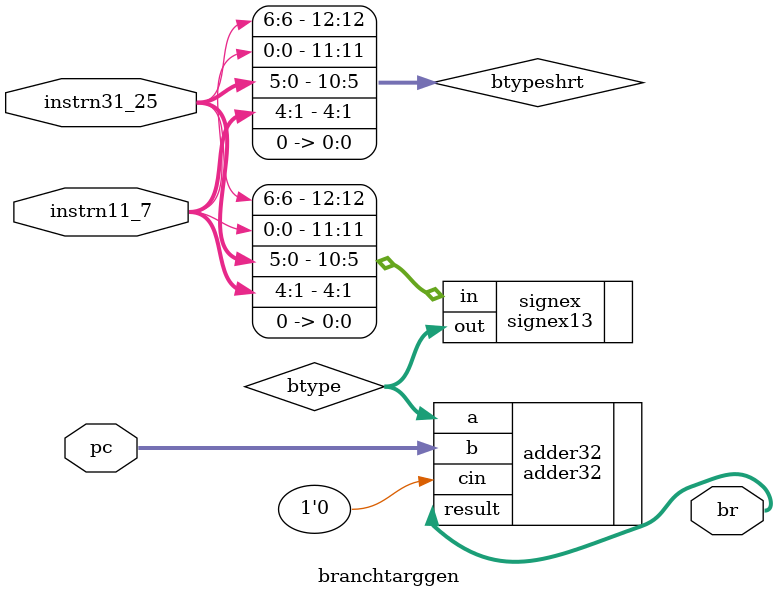
<source format=v>
module branchtarggen(
instrn11_7,
instrn31_25,
pc,
br
);
//input
input wire [4:0] instrn11_7;
input wire [6:0] instrn31_25;
input wire [31:0] pc; 
//output
output wire [31:0] br;
//intermediate wire
wire [31:0] btype;

wire [12:0] btypeshrt; //b-type pre signex

signex13 signex(
	.in(btypeshrt),
	.out(btype)
);
adder32 adder32(
	.result(br),
	.a(btype),
	.b(pc),
	.cin(1'b0)
);

//btypeshrt[0] = 0 always
buf(btypeshrt[0],0);

//btypeshrt[4:1] = instrn[11:8] 
buf(btypeshrt[1],instrn11_7[1]);
buf(btypeshrt[2],instrn11_7[2]);
buf(btypeshrt[3],instrn11_7[3]);
buf(btypeshrt[4],instrn11_7[4]);

//btypeshrt[10:5] = instrn [30:25]
buf(btypeshrt[5],instrn31_25[0]);
buf(btypeshrt[6],instrn31_25[1]);
buf(btypeshrt[7],instrn31_25[2]);
buf(btypeshrt[8],instrn31_25[3]);
buf(btypeshrt[9],instrn31_25[4]);
buf(btypeshrt[10],instrn31_25[5]);

//btypeshrt[11] = instrn [7]
//btypeshrt[12] = instrn [31]
buf(btypeshrt[11],instrn11_7[0]);
buf(btypeshrt[12],instrn31_25[6]);




endmodule

</source>
